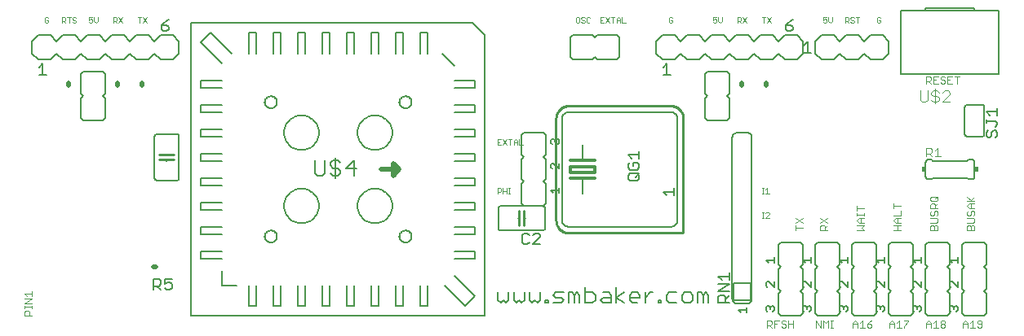
<source format=gto>
G75*
%MOIN*%
%OFA0B0*%
%FSLAX24Y24*%
%IPPOS*%
%LPD*%
%AMOC8*
5,1,8,0,0,1.08239X$1,22.5*
%
%ADD10C,0.0030*%
%ADD11C,0.0060*%
%ADD12C,0.0020*%
%ADD13C,0.0100*%
%ADD14C,0.0120*%
%ADD15C,0.0050*%
%ADD16C,0.0200*%
%ADD17C,0.0070*%
%ADD18C,0.0040*%
%ADD19R,0.0150X0.0200*%
D10*
X000375Y002695D02*
X000375Y002840D01*
X000423Y002888D01*
X000520Y002888D01*
X000568Y002840D01*
X000568Y002695D01*
X000665Y002695D02*
X000375Y002695D01*
X000375Y002990D02*
X000375Y003086D01*
X000375Y003038D02*
X000665Y003038D01*
X000665Y002990D02*
X000665Y003086D01*
X000665Y003186D02*
X000375Y003186D01*
X000665Y003380D01*
X000375Y003380D01*
X000472Y003481D02*
X000375Y003577D01*
X000665Y003577D01*
X000665Y003481D02*
X000665Y003674D01*
X030695Y002485D02*
X030695Y002195D01*
X030695Y002292D02*
X030840Y002292D01*
X030888Y002340D01*
X030888Y002437D01*
X030840Y002485D01*
X030695Y002485D01*
X030990Y002485D02*
X031183Y002485D01*
X031284Y002437D02*
X031333Y002485D01*
X031429Y002485D01*
X031478Y002437D01*
X031429Y002340D02*
X031478Y002292D01*
X031478Y002243D01*
X031429Y002195D01*
X031333Y002195D01*
X031284Y002243D01*
X031333Y002340D02*
X031429Y002340D01*
X031333Y002340D02*
X031284Y002388D01*
X031284Y002437D01*
X031086Y002340D02*
X030990Y002340D01*
X030990Y002195D02*
X030990Y002485D01*
X030792Y002292D02*
X030888Y002195D01*
X031579Y002195D02*
X031579Y002485D01*
X031579Y002340D02*
X031772Y002340D01*
X031772Y002485D02*
X031772Y002195D01*
X032695Y002195D02*
X032695Y002485D01*
X032888Y002195D01*
X032888Y002485D01*
X032990Y002485D02*
X033086Y002388D01*
X033183Y002485D01*
X033183Y002195D01*
X033284Y002195D02*
X033381Y002195D01*
X033333Y002195D02*
X033333Y002485D01*
X033381Y002485D02*
X033284Y002485D01*
X032990Y002485D02*
X032990Y002195D01*
X034195Y002195D02*
X034195Y002388D01*
X034292Y002485D01*
X034388Y002388D01*
X034388Y002195D01*
X034490Y002195D02*
X034683Y002195D01*
X034586Y002195D02*
X034586Y002485D01*
X034490Y002388D01*
X034388Y002340D02*
X034195Y002340D01*
X034784Y002340D02*
X034784Y002243D01*
X034833Y002195D01*
X034929Y002195D01*
X034978Y002243D01*
X034978Y002292D01*
X034929Y002340D01*
X034784Y002340D01*
X034881Y002437D01*
X034978Y002485D01*
X035695Y002388D02*
X035695Y002195D01*
X035695Y002340D02*
X035888Y002340D01*
X035888Y002388D02*
X035888Y002195D01*
X035990Y002195D02*
X036183Y002195D01*
X036086Y002195D02*
X036086Y002485D01*
X035990Y002388D01*
X035888Y002388D02*
X035792Y002485D01*
X035695Y002388D01*
X036284Y002485D02*
X036478Y002485D01*
X036478Y002437D01*
X036284Y002243D01*
X036284Y002195D01*
X037195Y002195D02*
X037195Y002388D01*
X037292Y002485D01*
X037388Y002388D01*
X037388Y002195D01*
X037490Y002195D02*
X037683Y002195D01*
X037586Y002195D02*
X037586Y002485D01*
X037490Y002388D01*
X037388Y002340D02*
X037195Y002340D01*
X037784Y002292D02*
X037833Y002340D01*
X037929Y002340D01*
X037978Y002292D01*
X037978Y002243D01*
X037929Y002195D01*
X037833Y002195D01*
X037784Y002243D01*
X037784Y002292D01*
X037833Y002340D02*
X037784Y002388D01*
X037784Y002437D01*
X037833Y002485D01*
X037929Y002485D01*
X037978Y002437D01*
X037978Y002388D01*
X037929Y002340D01*
X038695Y002340D02*
X038888Y002340D01*
X038888Y002388D02*
X038888Y002195D01*
X038990Y002195D02*
X039183Y002195D01*
X039086Y002195D02*
X039086Y002485D01*
X038990Y002388D01*
X038888Y002388D02*
X038792Y002485D01*
X038695Y002388D01*
X038695Y002195D01*
X039284Y002243D02*
X039333Y002195D01*
X039429Y002195D01*
X039478Y002243D01*
X039478Y002437D01*
X039429Y002485D01*
X039333Y002485D01*
X039284Y002437D01*
X039284Y002388D01*
X039333Y002340D01*
X039478Y002340D01*
X039165Y006195D02*
X039165Y006340D01*
X039117Y006388D01*
X039068Y006388D01*
X039020Y006340D01*
X039020Y006195D01*
X039165Y006195D02*
X038875Y006195D01*
X038875Y006340D01*
X038923Y006388D01*
X038972Y006388D01*
X039020Y006340D01*
X039117Y006490D02*
X039165Y006538D01*
X039165Y006635D01*
X039117Y006683D01*
X038875Y006683D01*
X038923Y006784D02*
X038972Y006784D01*
X039020Y006833D01*
X039020Y006929D01*
X039068Y006978D01*
X039117Y006978D01*
X039165Y006929D01*
X039165Y006833D01*
X039117Y006784D01*
X038923Y006784D02*
X038875Y006833D01*
X038875Y006929D01*
X038923Y006978D01*
X038972Y007079D02*
X038875Y007176D01*
X038972Y007272D01*
X039165Y007272D01*
X039165Y007374D02*
X038875Y007374D01*
X039020Y007422D02*
X039165Y007567D01*
X039068Y007374D02*
X038875Y007567D01*
X039020Y007272D02*
X039020Y007079D01*
X038972Y007079D02*
X039165Y007079D01*
X039117Y006490D02*
X038875Y006490D01*
X037665Y006538D02*
X037665Y006635D01*
X037617Y006683D01*
X037375Y006683D01*
X037423Y006784D02*
X037472Y006784D01*
X037520Y006833D01*
X037520Y006929D01*
X037568Y006978D01*
X037617Y006978D01*
X037665Y006929D01*
X037665Y006833D01*
X037617Y006784D01*
X037423Y006784D02*
X037375Y006833D01*
X037375Y006929D01*
X037423Y006978D01*
X037375Y007079D02*
X037375Y007224D01*
X037423Y007272D01*
X037520Y007272D01*
X037568Y007224D01*
X037568Y007079D01*
X037568Y007176D02*
X037665Y007272D01*
X037617Y007374D02*
X037665Y007422D01*
X037665Y007519D01*
X037617Y007567D01*
X037423Y007567D01*
X037375Y007519D01*
X037375Y007422D01*
X037423Y007374D01*
X037617Y007374D01*
X037568Y007470D02*
X037665Y007567D01*
X037665Y007079D02*
X037375Y007079D01*
X037375Y006490D02*
X037617Y006490D01*
X037665Y006538D01*
X037617Y006388D02*
X037568Y006388D01*
X037520Y006340D01*
X037520Y006195D01*
X037665Y006195D02*
X037375Y006195D01*
X037375Y006340D01*
X037423Y006388D01*
X037472Y006388D01*
X037520Y006340D01*
X037617Y006388D02*
X037665Y006340D01*
X037665Y006195D01*
X036165Y006195D02*
X035875Y006195D01*
X036020Y006195D02*
X036020Y006388D01*
X036020Y006490D02*
X036020Y006683D01*
X035972Y006683D02*
X036165Y006683D01*
X036165Y006784D02*
X035875Y006784D01*
X035972Y006683D02*
X035875Y006586D01*
X035972Y006490D01*
X036165Y006490D01*
X036165Y006388D02*
X035875Y006388D01*
X036165Y006784D02*
X036165Y006978D01*
X036165Y007176D02*
X035875Y007176D01*
X035875Y007272D02*
X035875Y007079D01*
X034665Y007077D02*
X034375Y007077D01*
X034375Y006981D02*
X034375Y007174D01*
X034375Y006881D02*
X034375Y006784D01*
X034375Y006833D02*
X034665Y006833D01*
X034665Y006881D02*
X034665Y006784D01*
X034665Y006683D02*
X034472Y006683D01*
X034375Y006586D01*
X034472Y006490D01*
X034665Y006490D01*
X034665Y006388D02*
X034375Y006388D01*
X034520Y006490D02*
X034520Y006683D01*
X034665Y006388D02*
X034568Y006292D01*
X034665Y006195D01*
X034375Y006195D01*
X033165Y006195D02*
X032875Y006195D01*
X032875Y006340D01*
X032923Y006388D01*
X033020Y006388D01*
X033068Y006340D01*
X033068Y006195D01*
X033068Y006292D02*
X033165Y006388D01*
X033165Y006490D02*
X032875Y006683D01*
X032875Y006490D02*
X033165Y006683D01*
X032165Y006683D02*
X031875Y006490D01*
X031875Y006388D02*
X031875Y006195D01*
X031875Y006292D02*
X032165Y006292D01*
X032165Y006490D02*
X031875Y006683D01*
X037195Y012195D02*
X037195Y012485D01*
X037340Y012485D01*
X037388Y012437D01*
X037388Y012340D01*
X037340Y012292D01*
X037195Y012292D01*
X037292Y012292D02*
X037388Y012195D01*
X037490Y012195D02*
X037683Y012195D01*
X037784Y012243D02*
X037833Y012195D01*
X037929Y012195D01*
X037978Y012243D01*
X037978Y012292D01*
X037929Y012340D01*
X037833Y012340D01*
X037784Y012388D01*
X037784Y012437D01*
X037833Y012485D01*
X037929Y012485D01*
X037978Y012437D01*
X038079Y012485D02*
X038079Y012195D01*
X038272Y012195D01*
X038176Y012340D02*
X038079Y012340D01*
X038079Y012485D02*
X038272Y012485D01*
X038374Y012485D02*
X038567Y012485D01*
X038470Y012485D02*
X038470Y012195D01*
X037683Y012485D02*
X037490Y012485D01*
X037490Y012195D01*
X037490Y012340D02*
X037586Y012340D01*
D11*
X035680Y013430D02*
X035430Y013180D01*
X034930Y013180D01*
X034680Y013430D01*
X034430Y013180D01*
X033930Y013180D01*
X033680Y013430D01*
X033430Y013180D01*
X032930Y013180D01*
X032680Y013430D01*
X032680Y013930D01*
X032930Y014180D01*
X033430Y014180D01*
X033680Y013930D01*
X033930Y014180D01*
X034430Y014180D01*
X034680Y013930D01*
X034930Y014180D01*
X035430Y014180D01*
X035680Y013930D01*
X035680Y013430D01*
X032180Y013430D02*
X031930Y013180D01*
X031430Y013180D01*
X031180Y013430D01*
X030930Y013180D01*
X030430Y013180D01*
X030180Y013430D01*
X029930Y013180D01*
X029430Y013180D01*
X029180Y013430D01*
X028930Y013180D01*
X028430Y013180D01*
X028180Y013430D01*
X027930Y013180D01*
X027430Y013180D01*
X027180Y013430D01*
X026930Y013180D01*
X026430Y013180D01*
X026180Y013430D01*
X026180Y013930D01*
X026430Y014180D01*
X026930Y014180D01*
X027180Y013930D01*
X027430Y014180D01*
X027930Y014180D01*
X028180Y013930D01*
X028430Y014180D01*
X028930Y014180D01*
X029180Y013930D01*
X029430Y014180D01*
X029930Y014180D01*
X030180Y013930D01*
X030430Y014180D01*
X030930Y014180D01*
X031180Y013930D01*
X031430Y014180D01*
X031930Y014180D01*
X032180Y013930D01*
X032180Y013430D01*
X029180Y012580D02*
X029080Y012680D01*
X028280Y012680D01*
X028180Y012580D01*
X028180Y011780D01*
X028280Y011680D01*
X028180Y011580D01*
X028180Y010780D01*
X028280Y010680D01*
X029080Y010680D01*
X029180Y010780D01*
X029180Y011580D01*
X029080Y011680D01*
X029180Y011780D01*
X029180Y012580D01*
X026780Y011030D02*
X022580Y011030D01*
X022550Y011028D01*
X022520Y011023D01*
X022491Y011014D01*
X022464Y011001D01*
X022438Y010986D01*
X022414Y010967D01*
X022393Y010946D01*
X022374Y010922D01*
X022359Y010896D01*
X022346Y010869D01*
X022337Y010840D01*
X022332Y010810D01*
X022330Y010780D01*
X022330Y006580D01*
X022332Y006550D01*
X022337Y006520D01*
X022346Y006491D01*
X022359Y006464D01*
X022374Y006438D01*
X022393Y006414D01*
X022414Y006393D01*
X022438Y006374D01*
X022464Y006359D01*
X022491Y006346D01*
X022520Y006337D01*
X022550Y006332D01*
X022580Y006330D01*
X026780Y006330D01*
X026810Y006332D01*
X026840Y006337D01*
X026869Y006346D01*
X026896Y006359D01*
X026922Y006374D01*
X026946Y006393D01*
X026967Y006414D01*
X026986Y006438D01*
X027001Y006464D01*
X027014Y006491D01*
X027023Y006520D01*
X027028Y006550D01*
X027030Y006580D01*
X027030Y010780D01*
X027028Y010810D01*
X027023Y010840D01*
X027014Y010869D01*
X027001Y010896D01*
X026986Y010922D01*
X026967Y010946D01*
X026946Y010967D01*
X026922Y010986D01*
X026896Y011001D01*
X026869Y011014D01*
X026840Y011023D01*
X026810Y011028D01*
X026780Y011030D01*
X029280Y009980D02*
X029280Y003380D01*
X029330Y003330D02*
X030030Y003330D01*
X030030Y004030D01*
X029330Y004030D01*
X029330Y003330D01*
X029280Y003380D02*
X029282Y003354D01*
X029287Y003328D01*
X029295Y003303D01*
X029307Y003280D01*
X029321Y003258D01*
X029339Y003239D01*
X029358Y003221D01*
X029380Y003207D01*
X029403Y003195D01*
X029428Y003187D01*
X029454Y003182D01*
X029480Y003180D01*
X029880Y003180D01*
X029906Y003182D01*
X029932Y003187D01*
X029957Y003195D01*
X029980Y003207D01*
X030002Y003221D01*
X030021Y003239D01*
X030039Y003258D01*
X030053Y003280D01*
X030065Y003303D01*
X030073Y003328D01*
X030078Y003354D01*
X030080Y003380D01*
X030080Y009980D01*
X030078Y010006D01*
X030073Y010032D01*
X030065Y010057D01*
X030053Y010080D01*
X030039Y010102D01*
X030021Y010121D01*
X030002Y010139D01*
X029980Y010153D01*
X029957Y010165D01*
X029932Y010173D01*
X029906Y010178D01*
X029880Y010180D01*
X029480Y010180D01*
X029454Y010178D01*
X029428Y010173D01*
X029403Y010165D01*
X029380Y010153D01*
X029358Y010139D01*
X029339Y010121D01*
X029321Y010102D01*
X029307Y010080D01*
X029295Y010057D01*
X029287Y010032D01*
X029282Y010006D01*
X029280Y009980D01*
X023180Y009680D02*
X023180Y009050D01*
X021680Y009080D02*
X021680Y008280D01*
X021580Y008180D01*
X021680Y008080D01*
X021680Y007280D01*
X021580Y007180D01*
X020780Y007180D01*
X020680Y007280D01*
X020680Y008080D01*
X020780Y008180D01*
X020680Y008280D01*
X020680Y009080D01*
X020780Y009180D01*
X020680Y009280D01*
X020680Y010080D01*
X020780Y010180D01*
X021580Y010180D01*
X021680Y010080D01*
X021680Y009280D01*
X021580Y009180D01*
X021680Y009080D01*
X023180Y008310D02*
X023180Y007680D01*
X021630Y007080D02*
X021630Y006280D01*
X021628Y006263D01*
X021624Y006246D01*
X021617Y006230D01*
X021607Y006216D01*
X021594Y006203D01*
X021580Y006193D01*
X021564Y006186D01*
X021547Y006182D01*
X021530Y006180D01*
X019830Y006180D01*
X019813Y006182D01*
X019796Y006186D01*
X019780Y006193D01*
X019766Y006203D01*
X019753Y006216D01*
X019743Y006230D01*
X019736Y006246D01*
X019732Y006263D01*
X019730Y006280D01*
X019730Y007080D01*
X019732Y007097D01*
X019736Y007114D01*
X019743Y007130D01*
X019753Y007144D01*
X019766Y007157D01*
X019780Y007167D01*
X019796Y007174D01*
X019813Y007178D01*
X019830Y007180D01*
X021530Y007180D01*
X021547Y007178D01*
X021564Y007174D01*
X021580Y007167D01*
X021594Y007157D01*
X021607Y007144D01*
X021617Y007130D01*
X021624Y007114D01*
X021628Y007097D01*
X021630Y007080D01*
X020830Y006680D02*
X020780Y006680D01*
X020580Y006680D02*
X020530Y006680D01*
X018780Y006330D02*
X018780Y006030D01*
X017930Y006030D01*
X017930Y006330D02*
X018780Y006330D01*
X018780Y007030D02*
X017930Y007030D01*
X017930Y007330D02*
X018780Y007330D01*
X018780Y007030D01*
X018780Y008030D02*
X017930Y008030D01*
X017930Y008330D02*
X018780Y008330D01*
X018780Y008030D01*
X018780Y009030D02*
X017930Y009030D01*
X017930Y009330D02*
X018780Y009330D01*
X018780Y009030D01*
X018780Y010030D02*
X017930Y010030D01*
X017930Y010330D02*
X018780Y010330D01*
X018780Y010030D01*
X018780Y011030D02*
X017930Y011030D01*
X017930Y011330D02*
X018780Y011330D01*
X018780Y011030D01*
X018780Y012030D02*
X017930Y012030D01*
X017930Y012330D02*
X018780Y012330D01*
X018780Y012030D01*
X017930Y012930D02*
X017430Y013430D01*
X016830Y013430D02*
X016830Y014280D01*
X016530Y014280D01*
X016530Y013430D01*
X015830Y013430D02*
X015830Y014280D01*
X015530Y014280D01*
X015530Y013430D01*
X014830Y013430D02*
X014830Y014280D01*
X014530Y014280D01*
X014530Y013430D01*
X013830Y013430D02*
X013830Y014280D01*
X013530Y014280D01*
X013530Y013430D01*
X012830Y013430D02*
X012830Y014280D01*
X012530Y014280D01*
X012530Y013430D01*
X011830Y013430D02*
X011830Y014280D01*
X011530Y014280D01*
X011530Y013430D01*
X010830Y013430D02*
X010830Y014280D01*
X010530Y014280D01*
X010530Y013430D01*
X009830Y013430D02*
X009830Y014280D01*
X009530Y014280D01*
X009530Y013430D01*
X008830Y013430D02*
X007980Y014280D01*
X007580Y013880D01*
X008430Y013030D01*
X008430Y012330D02*
X007580Y012330D01*
X007580Y012030D01*
X008430Y012030D01*
X008430Y011330D02*
X007580Y011330D01*
X007580Y011030D01*
X008430Y011030D01*
X008430Y010330D02*
X007580Y010330D01*
X007580Y010030D01*
X008430Y010030D01*
X006680Y010030D02*
X006680Y008330D01*
X006678Y008313D01*
X006674Y008296D01*
X006667Y008280D01*
X006657Y008266D01*
X006644Y008253D01*
X006630Y008243D01*
X006614Y008236D01*
X006597Y008232D01*
X006580Y008230D01*
X005780Y008230D01*
X005763Y008232D01*
X005746Y008236D01*
X005730Y008243D01*
X005716Y008253D01*
X005703Y008266D01*
X005693Y008280D01*
X005686Y008296D01*
X005682Y008313D01*
X005680Y008330D01*
X005680Y010030D01*
X005682Y010047D01*
X005686Y010064D01*
X005693Y010080D01*
X005703Y010094D01*
X005716Y010107D01*
X005730Y010117D01*
X005746Y010124D01*
X005763Y010128D01*
X005780Y010130D01*
X006580Y010130D01*
X006597Y010128D01*
X006614Y010124D01*
X006630Y010117D01*
X006644Y010107D01*
X006657Y010094D01*
X006667Y010080D01*
X006674Y010064D01*
X006678Y010047D01*
X006680Y010030D01*
X006180Y009330D02*
X006180Y009280D01*
X006180Y009080D02*
X006180Y009030D01*
X007580Y009030D02*
X008430Y009030D01*
X008430Y009330D02*
X007580Y009330D01*
X007580Y009030D01*
X007580Y008330D02*
X007580Y008030D01*
X008430Y008030D01*
X008430Y008330D02*
X007580Y008330D01*
X007580Y007330D02*
X007580Y007030D01*
X008430Y007030D01*
X008430Y007330D02*
X007580Y007330D01*
X007580Y006330D02*
X007580Y006030D01*
X008430Y006030D01*
X008430Y006330D02*
X007580Y006330D01*
X007580Y005330D02*
X007580Y005030D01*
X008430Y005030D01*
X008430Y005330D02*
X007580Y005330D01*
X008430Y004530D02*
X008430Y003930D01*
X009030Y003930D01*
X009530Y003930D02*
X009530Y003080D01*
X009830Y003080D01*
X009830Y003930D01*
X010530Y003930D02*
X010530Y003080D01*
X010830Y003080D01*
X010830Y003930D01*
X011530Y003930D02*
X011530Y003080D01*
X011830Y003080D01*
X011830Y003930D01*
X012530Y003930D02*
X012530Y003080D01*
X012830Y003080D01*
X012830Y003930D01*
X013530Y003930D02*
X013530Y003080D01*
X013830Y003080D01*
X013830Y003930D01*
X014530Y003930D02*
X014530Y003080D01*
X014830Y003080D01*
X014830Y003930D01*
X015530Y003930D02*
X015530Y003080D01*
X015830Y003080D01*
X015830Y003930D01*
X016530Y003930D02*
X016530Y003080D01*
X016830Y003080D01*
X016830Y003930D01*
X017530Y003930D02*
X018380Y003080D01*
X018780Y003480D01*
X017930Y004330D01*
X017930Y005030D02*
X018780Y005030D01*
X018780Y005330D01*
X017930Y005330D01*
X015680Y005930D02*
X015682Y005961D01*
X015688Y005992D01*
X015698Y006022D01*
X015711Y006050D01*
X015728Y006077D01*
X015748Y006101D01*
X015771Y006123D01*
X015796Y006141D01*
X015824Y006156D01*
X015853Y006168D01*
X015883Y006176D01*
X015914Y006180D01*
X015946Y006180D01*
X015977Y006176D01*
X016007Y006168D01*
X016036Y006156D01*
X016064Y006141D01*
X016089Y006123D01*
X016112Y006101D01*
X016132Y006077D01*
X016149Y006050D01*
X016162Y006022D01*
X016172Y005992D01*
X016178Y005961D01*
X016180Y005930D01*
X016178Y005899D01*
X016172Y005868D01*
X016162Y005838D01*
X016149Y005810D01*
X016132Y005783D01*
X016112Y005759D01*
X016089Y005737D01*
X016064Y005719D01*
X016036Y005704D01*
X016007Y005692D01*
X015977Y005684D01*
X015946Y005680D01*
X015914Y005680D01*
X015883Y005684D01*
X015853Y005692D01*
X015824Y005704D01*
X015796Y005719D01*
X015771Y005737D01*
X015748Y005759D01*
X015728Y005783D01*
X015711Y005810D01*
X015698Y005838D01*
X015688Y005868D01*
X015682Y005899D01*
X015680Y005930D01*
X013970Y007180D02*
X013972Y007233D01*
X013978Y007286D01*
X013988Y007338D01*
X014002Y007389D01*
X014019Y007439D01*
X014040Y007488D01*
X014065Y007535D01*
X014093Y007580D01*
X014125Y007623D01*
X014160Y007663D01*
X014197Y007700D01*
X014237Y007735D01*
X014280Y007767D01*
X014325Y007795D01*
X014372Y007820D01*
X014421Y007841D01*
X014471Y007858D01*
X014522Y007872D01*
X014574Y007882D01*
X014627Y007888D01*
X014680Y007890D01*
X014733Y007888D01*
X014786Y007882D01*
X014838Y007872D01*
X014889Y007858D01*
X014939Y007841D01*
X014988Y007820D01*
X015035Y007795D01*
X015080Y007767D01*
X015123Y007735D01*
X015163Y007700D01*
X015200Y007663D01*
X015235Y007623D01*
X015267Y007580D01*
X015295Y007535D01*
X015320Y007488D01*
X015341Y007439D01*
X015358Y007389D01*
X015372Y007338D01*
X015382Y007286D01*
X015388Y007233D01*
X015390Y007180D01*
X015388Y007127D01*
X015382Y007074D01*
X015372Y007022D01*
X015358Y006971D01*
X015341Y006921D01*
X015320Y006872D01*
X015295Y006825D01*
X015267Y006780D01*
X015235Y006737D01*
X015200Y006697D01*
X015163Y006660D01*
X015123Y006625D01*
X015080Y006593D01*
X015035Y006565D01*
X014988Y006540D01*
X014939Y006519D01*
X014889Y006502D01*
X014838Y006488D01*
X014786Y006478D01*
X014733Y006472D01*
X014680Y006470D01*
X014627Y006472D01*
X014574Y006478D01*
X014522Y006488D01*
X014471Y006502D01*
X014421Y006519D01*
X014372Y006540D01*
X014325Y006565D01*
X014280Y006593D01*
X014237Y006625D01*
X014197Y006660D01*
X014160Y006697D01*
X014125Y006737D01*
X014093Y006780D01*
X014065Y006825D01*
X014040Y006872D01*
X014019Y006921D01*
X014002Y006971D01*
X013988Y007022D01*
X013978Y007074D01*
X013972Y007127D01*
X013970Y007180D01*
X010970Y007180D02*
X010972Y007233D01*
X010978Y007286D01*
X010988Y007338D01*
X011002Y007389D01*
X011019Y007439D01*
X011040Y007488D01*
X011065Y007535D01*
X011093Y007580D01*
X011125Y007623D01*
X011160Y007663D01*
X011197Y007700D01*
X011237Y007735D01*
X011280Y007767D01*
X011325Y007795D01*
X011372Y007820D01*
X011421Y007841D01*
X011471Y007858D01*
X011522Y007872D01*
X011574Y007882D01*
X011627Y007888D01*
X011680Y007890D01*
X011733Y007888D01*
X011786Y007882D01*
X011838Y007872D01*
X011889Y007858D01*
X011939Y007841D01*
X011988Y007820D01*
X012035Y007795D01*
X012080Y007767D01*
X012123Y007735D01*
X012163Y007700D01*
X012200Y007663D01*
X012235Y007623D01*
X012267Y007580D01*
X012295Y007535D01*
X012320Y007488D01*
X012341Y007439D01*
X012358Y007389D01*
X012372Y007338D01*
X012382Y007286D01*
X012388Y007233D01*
X012390Y007180D01*
X012388Y007127D01*
X012382Y007074D01*
X012372Y007022D01*
X012358Y006971D01*
X012341Y006921D01*
X012320Y006872D01*
X012295Y006825D01*
X012267Y006780D01*
X012235Y006737D01*
X012200Y006697D01*
X012163Y006660D01*
X012123Y006625D01*
X012080Y006593D01*
X012035Y006565D01*
X011988Y006540D01*
X011939Y006519D01*
X011889Y006502D01*
X011838Y006488D01*
X011786Y006478D01*
X011733Y006472D01*
X011680Y006470D01*
X011627Y006472D01*
X011574Y006478D01*
X011522Y006488D01*
X011471Y006502D01*
X011421Y006519D01*
X011372Y006540D01*
X011325Y006565D01*
X011280Y006593D01*
X011237Y006625D01*
X011197Y006660D01*
X011160Y006697D01*
X011125Y006737D01*
X011093Y006780D01*
X011065Y006825D01*
X011040Y006872D01*
X011019Y006921D01*
X011002Y006971D01*
X010988Y007022D01*
X010978Y007074D01*
X010972Y007127D01*
X010970Y007180D01*
X010180Y005930D02*
X010182Y005961D01*
X010188Y005992D01*
X010198Y006022D01*
X010211Y006050D01*
X010228Y006077D01*
X010248Y006101D01*
X010271Y006123D01*
X010296Y006141D01*
X010324Y006156D01*
X010353Y006168D01*
X010383Y006176D01*
X010414Y006180D01*
X010446Y006180D01*
X010477Y006176D01*
X010507Y006168D01*
X010536Y006156D01*
X010564Y006141D01*
X010589Y006123D01*
X010612Y006101D01*
X010632Y006077D01*
X010649Y006050D01*
X010662Y006022D01*
X010672Y005992D01*
X010678Y005961D01*
X010680Y005930D01*
X010678Y005899D01*
X010672Y005868D01*
X010662Y005838D01*
X010649Y005810D01*
X010632Y005783D01*
X010612Y005759D01*
X010589Y005737D01*
X010564Y005719D01*
X010536Y005704D01*
X010507Y005692D01*
X010477Y005684D01*
X010446Y005680D01*
X010414Y005680D01*
X010383Y005684D01*
X010353Y005692D01*
X010324Y005704D01*
X010296Y005719D01*
X010271Y005737D01*
X010248Y005759D01*
X010228Y005783D01*
X010211Y005810D01*
X010198Y005838D01*
X010188Y005868D01*
X010182Y005899D01*
X010180Y005930D01*
X007180Y002680D02*
X019180Y002680D01*
X019180Y014180D01*
X018680Y014680D01*
X007180Y014680D01*
X007180Y002680D01*
X019710Y003317D02*
X019817Y003210D01*
X019924Y003317D01*
X020030Y003210D01*
X020137Y003317D01*
X020137Y003637D01*
X020355Y003637D02*
X020355Y003317D01*
X020461Y003210D01*
X020568Y003317D01*
X020675Y003210D01*
X020782Y003317D01*
X020782Y003637D01*
X020999Y003637D02*
X020999Y003317D01*
X021106Y003210D01*
X021213Y003317D01*
X021319Y003210D01*
X021426Y003317D01*
X021426Y003637D01*
X021966Y003530D02*
X022073Y003637D01*
X022393Y003637D01*
X022610Y003637D02*
X022717Y003637D01*
X022824Y003530D01*
X022931Y003637D01*
X023038Y003530D01*
X023038Y003210D01*
X022824Y003210D02*
X022824Y003530D01*
X022610Y003637D02*
X022610Y003210D01*
X022393Y003317D02*
X022286Y003424D01*
X022073Y003424D01*
X021966Y003530D01*
X021750Y003317D02*
X021644Y003317D01*
X021644Y003210D01*
X021750Y003210D01*
X021750Y003317D01*
X021966Y003210D02*
X022286Y003210D01*
X022393Y003317D01*
X023255Y003210D02*
X023575Y003210D01*
X023682Y003317D01*
X023682Y003530D01*
X023575Y003637D01*
X023255Y003637D01*
X023255Y003851D02*
X023255Y003210D01*
X023900Y003317D02*
X024006Y003424D01*
X024327Y003424D01*
X024327Y003530D02*
X024327Y003210D01*
X024006Y003210D01*
X023900Y003317D01*
X024220Y003637D02*
X024327Y003530D01*
X024220Y003637D02*
X024006Y003637D01*
X024544Y003424D02*
X024864Y003637D01*
X025081Y003530D02*
X025188Y003637D01*
X025402Y003637D01*
X025508Y003530D01*
X025508Y003424D01*
X025081Y003424D01*
X025081Y003530D02*
X025081Y003317D01*
X025188Y003210D01*
X025402Y003210D01*
X025726Y003210D02*
X025726Y003637D01*
X025726Y003424D02*
X025939Y003637D01*
X026046Y003637D01*
X026263Y003317D02*
X026370Y003317D01*
X026370Y003210D01*
X026263Y003210D01*
X026263Y003317D01*
X026585Y003317D02*
X026692Y003210D01*
X027012Y003210D01*
X027230Y003317D02*
X027337Y003210D01*
X027550Y003210D01*
X027657Y003317D01*
X027657Y003530D01*
X027550Y003637D01*
X027337Y003637D01*
X027230Y003530D01*
X027230Y003317D01*
X026692Y003637D02*
X026585Y003530D01*
X026585Y003317D01*
X026692Y003637D02*
X027012Y003637D01*
X027874Y003637D02*
X027981Y003637D01*
X028088Y003530D01*
X028195Y003637D01*
X028301Y003530D01*
X028301Y003210D01*
X028088Y003210D02*
X028088Y003530D01*
X027874Y003637D02*
X027874Y003210D01*
X024864Y003210D02*
X024544Y003424D01*
X024544Y003210D02*
X024544Y003851D01*
X019710Y003637D02*
X019710Y003317D01*
X031180Y003580D02*
X031180Y002780D01*
X031280Y002680D01*
X032080Y002680D01*
X032180Y002780D01*
X032180Y003580D01*
X032080Y003680D01*
X032180Y003780D01*
X032180Y004580D01*
X032080Y004680D01*
X032180Y004780D01*
X032180Y005580D01*
X032080Y005680D01*
X031280Y005680D01*
X031180Y005580D01*
X031180Y004780D01*
X031280Y004680D01*
X031180Y004580D01*
X031180Y003780D01*
X031280Y003680D01*
X031180Y003580D01*
X032680Y003580D02*
X032780Y003680D01*
X032680Y003780D01*
X032680Y004580D01*
X032780Y004680D01*
X032680Y004780D01*
X032680Y005580D01*
X032780Y005680D01*
X033580Y005680D01*
X033680Y005580D01*
X033680Y004780D01*
X033580Y004680D01*
X033680Y004580D01*
X033680Y003780D01*
X033580Y003680D01*
X033680Y003580D01*
X033680Y002780D01*
X033580Y002680D01*
X032780Y002680D01*
X032680Y002780D01*
X032680Y003580D01*
X034180Y003580D02*
X034280Y003680D01*
X034180Y003780D01*
X034180Y004580D01*
X034280Y004680D01*
X034180Y004780D01*
X034180Y005580D01*
X034280Y005680D01*
X035080Y005680D01*
X035180Y005580D01*
X035180Y004780D01*
X035080Y004680D01*
X035180Y004580D01*
X035180Y003780D01*
X035080Y003680D01*
X035180Y003580D01*
X035180Y002780D01*
X035080Y002680D01*
X034280Y002680D01*
X034180Y002780D01*
X034180Y003580D01*
X035680Y003580D02*
X035780Y003680D01*
X035680Y003780D01*
X035680Y004580D01*
X035780Y004680D01*
X035680Y004780D01*
X035680Y005580D01*
X035780Y005680D01*
X036580Y005680D01*
X036680Y005580D01*
X036680Y004780D01*
X036580Y004680D01*
X036680Y004580D01*
X036680Y003780D01*
X036580Y003680D01*
X036680Y003580D01*
X036680Y002780D01*
X036580Y002680D01*
X035780Y002680D01*
X035680Y002780D01*
X035680Y003580D01*
X037180Y003580D02*
X037280Y003680D01*
X037180Y003780D01*
X037180Y004580D01*
X037280Y004680D01*
X037180Y004780D01*
X037180Y005580D01*
X037280Y005680D01*
X038080Y005680D01*
X038180Y005580D01*
X038180Y004780D01*
X038080Y004680D01*
X038180Y004580D01*
X038180Y003780D01*
X038080Y003680D01*
X038180Y003580D01*
X038180Y002780D01*
X038080Y002680D01*
X037280Y002680D01*
X037180Y002780D01*
X037180Y003580D01*
X038680Y003580D02*
X038780Y003680D01*
X038680Y003780D01*
X038680Y004580D01*
X038780Y004680D01*
X038680Y004780D01*
X038680Y005580D01*
X038780Y005680D01*
X039580Y005680D01*
X039680Y005580D01*
X039680Y004780D01*
X039580Y004680D01*
X039680Y004580D01*
X039680Y003780D01*
X039580Y003680D01*
X039680Y003580D01*
X039680Y002780D01*
X039580Y002680D01*
X038780Y002680D01*
X038680Y002780D01*
X038680Y003580D01*
X038930Y008280D02*
X039080Y008280D01*
X039097Y008282D01*
X039114Y008286D01*
X039130Y008293D01*
X039144Y008303D01*
X039157Y008316D01*
X039167Y008330D01*
X039174Y008346D01*
X039178Y008363D01*
X039180Y008380D01*
X039180Y008980D01*
X039178Y008997D01*
X039174Y009014D01*
X039167Y009030D01*
X039157Y009044D01*
X039144Y009057D01*
X039130Y009067D01*
X039114Y009074D01*
X039097Y009078D01*
X039080Y009080D01*
X038930Y009080D01*
X038880Y009030D01*
X037480Y009030D01*
X037430Y009080D01*
X037280Y009080D01*
X037263Y009078D01*
X037246Y009074D01*
X037230Y009067D01*
X037216Y009057D01*
X037203Y009044D01*
X037193Y009030D01*
X037186Y009014D01*
X037182Y008997D01*
X037180Y008980D01*
X037180Y008380D01*
X037182Y008363D01*
X037186Y008346D01*
X037193Y008330D01*
X037203Y008316D01*
X037216Y008303D01*
X037230Y008293D01*
X037246Y008286D01*
X037263Y008282D01*
X037280Y008280D01*
X037430Y008280D01*
X037480Y008330D01*
X038880Y008330D01*
X038930Y008280D01*
X038880Y010030D02*
X039480Y010030D01*
X039497Y010032D01*
X039514Y010036D01*
X039530Y010043D01*
X039544Y010053D01*
X039557Y010066D01*
X039567Y010080D01*
X039574Y010096D01*
X039578Y010113D01*
X039580Y010130D01*
X039580Y011230D01*
X039578Y011247D01*
X039574Y011264D01*
X039567Y011280D01*
X039557Y011294D01*
X039544Y011307D01*
X039530Y011317D01*
X039514Y011324D01*
X039497Y011328D01*
X039480Y011330D01*
X038880Y011330D01*
X038863Y011328D01*
X038846Y011324D01*
X038830Y011317D01*
X038816Y011307D01*
X038803Y011294D01*
X038793Y011280D01*
X038786Y011264D01*
X038782Y011247D01*
X038780Y011230D01*
X038780Y010130D01*
X038782Y010113D01*
X038786Y010096D01*
X038793Y010080D01*
X038803Y010066D01*
X038816Y010053D01*
X038830Y010043D01*
X038846Y010036D01*
X038863Y010032D01*
X038880Y010030D01*
X024680Y013280D02*
X024580Y013180D01*
X023780Y013180D01*
X023680Y013280D01*
X023580Y013180D01*
X022780Y013180D01*
X022680Y013280D01*
X022680Y014080D01*
X022780Y014180D01*
X023580Y014180D01*
X023680Y014080D01*
X023780Y014180D01*
X024580Y014180D01*
X024680Y014080D01*
X024680Y013280D01*
X015680Y011430D02*
X015682Y011461D01*
X015688Y011492D01*
X015698Y011522D01*
X015711Y011550D01*
X015728Y011577D01*
X015748Y011601D01*
X015771Y011623D01*
X015796Y011641D01*
X015824Y011656D01*
X015853Y011668D01*
X015883Y011676D01*
X015914Y011680D01*
X015946Y011680D01*
X015977Y011676D01*
X016007Y011668D01*
X016036Y011656D01*
X016064Y011641D01*
X016089Y011623D01*
X016112Y011601D01*
X016132Y011577D01*
X016149Y011550D01*
X016162Y011522D01*
X016172Y011492D01*
X016178Y011461D01*
X016180Y011430D01*
X016178Y011399D01*
X016172Y011368D01*
X016162Y011338D01*
X016149Y011310D01*
X016132Y011283D01*
X016112Y011259D01*
X016089Y011237D01*
X016064Y011219D01*
X016036Y011204D01*
X016007Y011192D01*
X015977Y011184D01*
X015946Y011180D01*
X015914Y011180D01*
X015883Y011184D01*
X015853Y011192D01*
X015824Y011204D01*
X015796Y011219D01*
X015771Y011237D01*
X015748Y011259D01*
X015728Y011283D01*
X015711Y011310D01*
X015698Y011338D01*
X015688Y011368D01*
X015682Y011399D01*
X015680Y011430D01*
X013970Y010180D02*
X013972Y010233D01*
X013978Y010286D01*
X013988Y010338D01*
X014002Y010389D01*
X014019Y010439D01*
X014040Y010488D01*
X014065Y010535D01*
X014093Y010580D01*
X014125Y010623D01*
X014160Y010663D01*
X014197Y010700D01*
X014237Y010735D01*
X014280Y010767D01*
X014325Y010795D01*
X014372Y010820D01*
X014421Y010841D01*
X014471Y010858D01*
X014522Y010872D01*
X014574Y010882D01*
X014627Y010888D01*
X014680Y010890D01*
X014733Y010888D01*
X014786Y010882D01*
X014838Y010872D01*
X014889Y010858D01*
X014939Y010841D01*
X014988Y010820D01*
X015035Y010795D01*
X015080Y010767D01*
X015123Y010735D01*
X015163Y010700D01*
X015200Y010663D01*
X015235Y010623D01*
X015267Y010580D01*
X015295Y010535D01*
X015320Y010488D01*
X015341Y010439D01*
X015358Y010389D01*
X015372Y010338D01*
X015382Y010286D01*
X015388Y010233D01*
X015390Y010180D01*
X015388Y010127D01*
X015382Y010074D01*
X015372Y010022D01*
X015358Y009971D01*
X015341Y009921D01*
X015320Y009872D01*
X015295Y009825D01*
X015267Y009780D01*
X015235Y009737D01*
X015200Y009697D01*
X015163Y009660D01*
X015123Y009625D01*
X015080Y009593D01*
X015035Y009565D01*
X014988Y009540D01*
X014939Y009519D01*
X014889Y009502D01*
X014838Y009488D01*
X014786Y009478D01*
X014733Y009472D01*
X014680Y009470D01*
X014627Y009472D01*
X014574Y009478D01*
X014522Y009488D01*
X014471Y009502D01*
X014421Y009519D01*
X014372Y009540D01*
X014325Y009565D01*
X014280Y009593D01*
X014237Y009625D01*
X014197Y009660D01*
X014160Y009697D01*
X014125Y009737D01*
X014093Y009780D01*
X014065Y009825D01*
X014040Y009872D01*
X014019Y009921D01*
X014002Y009971D01*
X013988Y010022D01*
X013978Y010074D01*
X013972Y010127D01*
X013970Y010180D01*
X010970Y010180D02*
X010972Y010233D01*
X010978Y010286D01*
X010988Y010338D01*
X011002Y010389D01*
X011019Y010439D01*
X011040Y010488D01*
X011065Y010535D01*
X011093Y010580D01*
X011125Y010623D01*
X011160Y010663D01*
X011197Y010700D01*
X011237Y010735D01*
X011280Y010767D01*
X011325Y010795D01*
X011372Y010820D01*
X011421Y010841D01*
X011471Y010858D01*
X011522Y010872D01*
X011574Y010882D01*
X011627Y010888D01*
X011680Y010890D01*
X011733Y010888D01*
X011786Y010882D01*
X011838Y010872D01*
X011889Y010858D01*
X011939Y010841D01*
X011988Y010820D01*
X012035Y010795D01*
X012080Y010767D01*
X012123Y010735D01*
X012163Y010700D01*
X012200Y010663D01*
X012235Y010623D01*
X012267Y010580D01*
X012295Y010535D01*
X012320Y010488D01*
X012341Y010439D01*
X012358Y010389D01*
X012372Y010338D01*
X012382Y010286D01*
X012388Y010233D01*
X012390Y010180D01*
X012388Y010127D01*
X012382Y010074D01*
X012372Y010022D01*
X012358Y009971D01*
X012341Y009921D01*
X012320Y009872D01*
X012295Y009825D01*
X012267Y009780D01*
X012235Y009737D01*
X012200Y009697D01*
X012163Y009660D01*
X012123Y009625D01*
X012080Y009593D01*
X012035Y009565D01*
X011988Y009540D01*
X011939Y009519D01*
X011889Y009502D01*
X011838Y009488D01*
X011786Y009478D01*
X011733Y009472D01*
X011680Y009470D01*
X011627Y009472D01*
X011574Y009478D01*
X011522Y009488D01*
X011471Y009502D01*
X011421Y009519D01*
X011372Y009540D01*
X011325Y009565D01*
X011280Y009593D01*
X011237Y009625D01*
X011197Y009660D01*
X011160Y009697D01*
X011125Y009737D01*
X011093Y009780D01*
X011065Y009825D01*
X011040Y009872D01*
X011019Y009921D01*
X011002Y009971D01*
X010988Y010022D01*
X010978Y010074D01*
X010972Y010127D01*
X010970Y010180D01*
X010180Y011430D02*
X010182Y011461D01*
X010188Y011492D01*
X010198Y011522D01*
X010211Y011550D01*
X010228Y011577D01*
X010248Y011601D01*
X010271Y011623D01*
X010296Y011641D01*
X010324Y011656D01*
X010353Y011668D01*
X010383Y011676D01*
X010414Y011680D01*
X010446Y011680D01*
X010477Y011676D01*
X010507Y011668D01*
X010536Y011656D01*
X010564Y011641D01*
X010589Y011623D01*
X010612Y011601D01*
X010632Y011577D01*
X010649Y011550D01*
X010662Y011522D01*
X010672Y011492D01*
X010678Y011461D01*
X010680Y011430D01*
X010678Y011399D01*
X010672Y011368D01*
X010662Y011338D01*
X010649Y011310D01*
X010632Y011283D01*
X010612Y011259D01*
X010589Y011237D01*
X010564Y011219D01*
X010536Y011204D01*
X010507Y011192D01*
X010477Y011184D01*
X010446Y011180D01*
X010414Y011180D01*
X010383Y011184D01*
X010353Y011192D01*
X010324Y011204D01*
X010296Y011219D01*
X010271Y011237D01*
X010248Y011259D01*
X010228Y011283D01*
X010211Y011310D01*
X010198Y011338D01*
X010188Y011368D01*
X010182Y011399D01*
X010180Y011430D01*
X006680Y013430D02*
X006430Y013180D01*
X005930Y013180D01*
X005680Y013430D01*
X005430Y013180D01*
X004930Y013180D01*
X004680Y013430D01*
X004430Y013180D01*
X003930Y013180D01*
X003680Y013430D01*
X003430Y013180D01*
X002930Y013180D01*
X002680Y013430D01*
X002430Y013180D01*
X001930Y013180D01*
X001680Y013430D01*
X001430Y013180D01*
X000930Y013180D01*
X000680Y013430D01*
X000680Y013930D01*
X000930Y014180D01*
X001430Y014180D01*
X001680Y013930D01*
X001930Y014180D01*
X002430Y014180D01*
X002680Y013930D01*
X002930Y014180D01*
X003430Y014180D01*
X003680Y013930D01*
X003930Y014180D01*
X004430Y014180D01*
X004680Y013930D01*
X004930Y014180D01*
X005430Y014180D01*
X005680Y013930D01*
X005930Y014180D01*
X006430Y014180D01*
X006680Y013930D01*
X006680Y013430D01*
X003680Y012580D02*
X003580Y012680D01*
X002780Y012680D01*
X002680Y012580D01*
X002680Y011780D01*
X002780Y011680D01*
X002680Y011580D01*
X002680Y010780D01*
X002780Y010680D01*
X003580Y010680D01*
X003680Y010780D01*
X003680Y011580D01*
X003580Y011680D01*
X003680Y011780D01*
X003680Y012580D01*
D12*
X003990Y014690D02*
X003990Y014910D01*
X004100Y014910D01*
X004137Y014873D01*
X004137Y014800D01*
X004100Y014763D01*
X003990Y014763D01*
X004063Y014763D02*
X004137Y014690D01*
X004211Y014690D02*
X004358Y014910D01*
X004211Y014910D02*
X004358Y014690D01*
X004990Y014910D02*
X005137Y014910D01*
X005063Y014910D02*
X005063Y014690D01*
X005211Y014690D02*
X005358Y014910D01*
X005211Y014910D02*
X005358Y014690D01*
X003358Y014763D02*
X003358Y014910D01*
X003358Y014763D02*
X003284Y014690D01*
X003211Y014763D01*
X003211Y014910D01*
X003137Y014910D02*
X002990Y014910D01*
X002990Y014800D01*
X003063Y014837D01*
X003100Y014837D01*
X003137Y014800D01*
X003137Y014727D01*
X003100Y014690D01*
X003027Y014690D01*
X002990Y014727D01*
X002479Y014727D02*
X002442Y014690D01*
X002369Y014690D01*
X002332Y014727D01*
X002369Y014800D02*
X002442Y014800D01*
X002479Y014763D01*
X002479Y014727D01*
X002369Y014800D02*
X002332Y014837D01*
X002332Y014873D01*
X002369Y014910D01*
X002442Y014910D01*
X002479Y014873D01*
X002258Y014910D02*
X002111Y014910D01*
X002184Y014910D02*
X002184Y014690D01*
X002037Y014690D02*
X001963Y014763D01*
X002000Y014763D02*
X001890Y014763D01*
X001890Y014690D02*
X001890Y014910D01*
X002000Y014910D01*
X002037Y014873D01*
X002037Y014800D01*
X002000Y014763D01*
X001337Y014727D02*
X001337Y014800D01*
X001263Y014800D01*
X001190Y014727D02*
X001227Y014690D01*
X001300Y014690D01*
X001337Y014727D01*
X001337Y014873D02*
X001300Y014910D01*
X001227Y014910D01*
X001190Y014873D01*
X001190Y014727D01*
X019690Y009910D02*
X019690Y009690D01*
X019837Y009690D01*
X019911Y009690D02*
X020058Y009910D01*
X020132Y009910D02*
X020279Y009910D01*
X020205Y009910D02*
X020205Y009690D01*
X020058Y009690D02*
X019911Y009910D01*
X019837Y009910D02*
X019690Y009910D01*
X019690Y009800D02*
X019763Y009800D01*
X020353Y009800D02*
X020500Y009800D01*
X020500Y009837D02*
X020500Y009690D01*
X020574Y009690D02*
X020721Y009690D01*
X020574Y009690D02*
X020574Y009910D01*
X020500Y009837D02*
X020426Y009910D01*
X020353Y009837D01*
X020353Y009690D01*
X020205Y007910D02*
X020132Y007910D01*
X020169Y007910D02*
X020169Y007690D01*
X020205Y007690D02*
X020132Y007690D01*
X020058Y007690D02*
X020058Y007910D01*
X020058Y007800D02*
X019911Y007800D01*
X019837Y007800D02*
X019800Y007763D01*
X019690Y007763D01*
X019690Y007690D02*
X019690Y007910D01*
X019800Y007910D01*
X019837Y007873D01*
X019837Y007800D01*
X019911Y007690D02*
X019911Y007910D01*
X030490Y007910D02*
X030563Y007910D01*
X030527Y007910D02*
X030527Y007690D01*
X030563Y007690D02*
X030490Y007690D01*
X030637Y007690D02*
X030784Y007690D01*
X030711Y007690D02*
X030711Y007910D01*
X030637Y007837D01*
X030674Y006910D02*
X030637Y006873D01*
X030674Y006910D02*
X030747Y006910D01*
X030784Y006873D01*
X030784Y006837D01*
X030637Y006690D01*
X030784Y006690D01*
X030563Y006690D02*
X030490Y006690D01*
X030527Y006690D02*
X030527Y006910D01*
X030563Y006910D02*
X030490Y006910D01*
X030563Y014690D02*
X030563Y014910D01*
X030490Y014910D02*
X030637Y014910D01*
X030711Y014910D02*
X030858Y014690D01*
X030711Y014690D02*
X030858Y014910D01*
X029858Y014910D02*
X029711Y014690D01*
X029637Y014690D02*
X029563Y014763D01*
X029600Y014763D02*
X029490Y014763D01*
X029490Y014690D02*
X029490Y014910D01*
X029600Y014910D01*
X029637Y014873D01*
X029637Y014800D01*
X029600Y014763D01*
X029711Y014910D02*
X029858Y014690D01*
X028858Y014763D02*
X028858Y014910D01*
X028858Y014763D02*
X028784Y014690D01*
X028711Y014763D01*
X028711Y014910D01*
X028637Y014910D02*
X028490Y014910D01*
X028490Y014800D01*
X028563Y014837D01*
X028600Y014837D01*
X028637Y014800D01*
X028637Y014727D01*
X028600Y014690D01*
X028527Y014690D01*
X028490Y014727D01*
X026837Y014727D02*
X026837Y014800D01*
X026763Y014800D01*
X026690Y014873D02*
X026690Y014727D01*
X026727Y014690D01*
X026800Y014690D01*
X026837Y014727D01*
X026837Y014873D02*
X026800Y014910D01*
X026727Y014910D01*
X026690Y014873D01*
X024921Y014690D02*
X024774Y014690D01*
X024774Y014910D01*
X024700Y014837D02*
X024700Y014690D01*
X024700Y014800D02*
X024553Y014800D01*
X024553Y014837D02*
X024626Y014910D01*
X024700Y014837D01*
X024553Y014837D02*
X024553Y014690D01*
X024405Y014690D02*
X024405Y014910D01*
X024332Y014910D02*
X024479Y014910D01*
X024258Y014910D02*
X024111Y014690D01*
X024037Y014690D02*
X023890Y014690D01*
X023890Y014910D01*
X024037Y014910D01*
X024111Y014910D02*
X024258Y014690D01*
X023963Y014800D02*
X023890Y014800D01*
X023479Y014727D02*
X023442Y014690D01*
X023369Y014690D01*
X023332Y014727D01*
X023332Y014873D01*
X023369Y014910D01*
X023442Y014910D01*
X023479Y014873D01*
X023258Y014873D02*
X023221Y014910D01*
X023148Y014910D01*
X023111Y014873D01*
X023111Y014837D01*
X023148Y014800D01*
X023221Y014800D01*
X023258Y014763D01*
X023258Y014727D01*
X023221Y014690D01*
X023148Y014690D01*
X023111Y014727D01*
X023037Y014727D02*
X023037Y014873D01*
X023000Y014910D01*
X022927Y014910D01*
X022890Y014873D01*
X022890Y014727D01*
X022927Y014690D01*
X023000Y014690D01*
X023037Y014727D01*
X032990Y014727D02*
X033027Y014690D01*
X033100Y014690D01*
X033137Y014727D01*
X033137Y014800D01*
X033100Y014837D01*
X033063Y014837D01*
X032990Y014800D01*
X032990Y014910D01*
X033137Y014910D01*
X033211Y014910D02*
X033211Y014763D01*
X033284Y014690D01*
X033358Y014763D01*
X033358Y014910D01*
X033890Y014910D02*
X033890Y014690D01*
X033890Y014763D02*
X034000Y014763D01*
X034037Y014800D01*
X034037Y014873D01*
X034000Y014910D01*
X033890Y014910D01*
X033963Y014763D02*
X034037Y014690D01*
X034111Y014727D02*
X034148Y014690D01*
X034221Y014690D01*
X034258Y014727D01*
X034258Y014763D01*
X034221Y014800D01*
X034148Y014800D01*
X034111Y014837D01*
X034111Y014873D01*
X034148Y014910D01*
X034221Y014910D01*
X034258Y014873D01*
X034332Y014910D02*
X034479Y014910D01*
X034405Y014910D02*
X034405Y014690D01*
X035190Y014727D02*
X035227Y014690D01*
X035300Y014690D01*
X035337Y014727D01*
X035337Y014800D01*
X035263Y014800D01*
X035190Y014873D02*
X035190Y014727D01*
X035190Y014873D02*
X035227Y014910D01*
X035300Y014910D01*
X035337Y014873D01*
D13*
X026780Y011280D02*
X022580Y011280D01*
X022536Y011278D01*
X022493Y011272D01*
X022451Y011263D01*
X022409Y011250D01*
X022369Y011233D01*
X022330Y011213D01*
X022293Y011190D01*
X022259Y011163D01*
X022226Y011134D01*
X022197Y011101D01*
X022170Y011067D01*
X022147Y011030D01*
X022127Y010991D01*
X022110Y010951D01*
X022097Y010909D01*
X022088Y010867D01*
X022082Y010824D01*
X022080Y010780D01*
X022080Y006580D01*
X022082Y006536D01*
X022088Y006493D01*
X022097Y006451D01*
X022110Y006409D01*
X022127Y006369D01*
X022147Y006330D01*
X022170Y006293D01*
X022197Y006259D01*
X022226Y006226D01*
X022259Y006197D01*
X022293Y006170D01*
X022330Y006147D01*
X022369Y006127D01*
X022409Y006110D01*
X022451Y006097D01*
X022493Y006088D01*
X022536Y006082D01*
X022580Y006080D01*
X027280Y006080D01*
X027280Y010780D01*
X027278Y010824D01*
X027272Y010867D01*
X027263Y010909D01*
X027250Y010951D01*
X027233Y010991D01*
X027213Y011030D01*
X027190Y011067D01*
X027163Y011101D01*
X027134Y011134D01*
X027101Y011163D01*
X027067Y011190D01*
X027030Y011213D01*
X026991Y011233D01*
X026951Y011250D01*
X026909Y011263D01*
X026867Y011272D01*
X026824Y011278D01*
X026780Y011280D01*
X020780Y006980D02*
X020780Y006680D01*
X020780Y006380D01*
X020580Y006380D02*
X020580Y006680D01*
X020580Y006980D01*
X006480Y009080D02*
X006180Y009080D01*
X005880Y009080D01*
X005880Y009280D02*
X006180Y009280D01*
X006480Y009280D01*
D14*
X022680Y009050D02*
X023180Y009050D01*
X023680Y009050D01*
X023680Y008800D02*
X022680Y008800D01*
X022680Y008550D01*
X023680Y008550D01*
X023680Y008800D01*
X023680Y008310D02*
X023180Y008310D01*
X022680Y008310D01*
D15*
X022205Y007932D02*
X022205Y007705D01*
X022205Y007818D02*
X021865Y007818D01*
X021978Y007705D01*
X021921Y008705D02*
X021865Y008762D01*
X021865Y008875D01*
X021921Y008932D01*
X021978Y008932D01*
X022205Y008705D01*
X022205Y008932D01*
X022148Y009705D02*
X022205Y009762D01*
X022205Y009875D01*
X022148Y009932D01*
X022092Y009932D01*
X022035Y009875D01*
X022035Y009818D01*
X022035Y009875D02*
X021978Y009932D01*
X021921Y009932D01*
X021865Y009875D01*
X021865Y009762D01*
X021921Y009705D01*
X025015Y009276D02*
X025165Y009126D01*
X025240Y008966D02*
X025240Y008816D01*
X025240Y008966D02*
X025390Y008966D01*
X025465Y008891D01*
X025465Y008740D01*
X025390Y008665D01*
X025090Y008665D01*
X025015Y008740D01*
X025015Y008891D01*
X025090Y008966D01*
X025465Y009126D02*
X025465Y009426D01*
X025465Y009276D02*
X025015Y009276D01*
X025090Y008505D02*
X025390Y008505D01*
X025465Y008430D01*
X025465Y008280D01*
X025390Y008205D01*
X025090Y008205D01*
X025015Y008280D01*
X025015Y008430D01*
X025090Y008505D01*
X025315Y008355D02*
X025465Y008505D01*
X026905Y007905D02*
X026905Y007605D01*
X026905Y007755D02*
X026455Y007755D01*
X026605Y007605D01*
X021445Y005980D02*
X021370Y006055D01*
X021220Y006055D01*
X021145Y005980D01*
X020984Y005980D02*
X020909Y006055D01*
X020759Y006055D01*
X020684Y005980D01*
X020684Y005680D01*
X020759Y005605D01*
X020909Y005605D01*
X020984Y005680D01*
X021145Y005605D02*
X021445Y005905D01*
X021445Y005980D01*
X021445Y005605D02*
X021145Y005605D01*
X028705Y004286D02*
X028855Y004136D01*
X028705Y004286D02*
X029155Y004286D01*
X029155Y004136D02*
X029155Y004436D01*
X029155Y003976D02*
X028705Y003976D01*
X028705Y003675D02*
X029155Y003976D01*
X029155Y003675D02*
X028705Y003675D01*
X028780Y003515D02*
X028930Y003515D01*
X029005Y003440D01*
X029005Y003215D01*
X029155Y003215D02*
X028705Y003215D01*
X028705Y003440D01*
X028780Y003515D01*
X029005Y003365D02*
X029155Y003515D01*
X029855Y003032D02*
X029855Y002805D01*
X029855Y002918D02*
X029515Y002918D01*
X029628Y002805D01*
X030655Y002903D02*
X030655Y003016D01*
X030711Y003073D01*
X030768Y003073D01*
X030825Y003016D01*
X030882Y003073D01*
X030938Y003073D01*
X030995Y003016D01*
X030995Y002903D01*
X030938Y002846D01*
X030825Y002959D02*
X030825Y003016D01*
X030711Y002846D02*
X030655Y002903D01*
X032155Y002903D02*
X032155Y003016D01*
X032211Y003073D01*
X032268Y003073D01*
X032325Y003016D01*
X032382Y003073D01*
X032438Y003073D01*
X032495Y003016D01*
X032495Y002903D01*
X032438Y002846D01*
X032325Y002959D02*
X032325Y003016D01*
X032211Y002846D02*
X032155Y002903D01*
X033655Y002903D02*
X033655Y003016D01*
X033711Y003073D01*
X033768Y003073D01*
X033825Y003016D01*
X033882Y003073D01*
X033938Y003073D01*
X033995Y003016D01*
X033995Y002903D01*
X033938Y002846D01*
X033825Y002959D02*
X033825Y003016D01*
X033711Y002846D02*
X033655Y002903D01*
X035155Y002903D02*
X035155Y003016D01*
X035211Y003073D01*
X035268Y003073D01*
X035325Y003016D01*
X035382Y003073D01*
X035438Y003073D01*
X035495Y003016D01*
X035495Y002903D01*
X035438Y002846D01*
X035325Y002959D02*
X035325Y003016D01*
X035211Y002846D02*
X035155Y002903D01*
X036655Y002903D02*
X036655Y003016D01*
X036711Y003073D01*
X036768Y003073D01*
X036825Y003016D01*
X036882Y003073D01*
X036938Y003073D01*
X036995Y003016D01*
X036995Y002903D01*
X036938Y002846D01*
X036825Y002959D02*
X036825Y003016D01*
X036711Y002846D02*
X036655Y002903D01*
X038155Y002903D02*
X038155Y003016D01*
X038211Y003073D01*
X038268Y003073D01*
X038325Y003016D01*
X038382Y003073D01*
X038438Y003073D01*
X038495Y003016D01*
X038495Y002903D01*
X038438Y002846D01*
X038325Y002959D02*
X038325Y003016D01*
X038211Y002846D02*
X038155Y002903D01*
X038211Y003846D02*
X038155Y003903D01*
X038155Y004016D01*
X038211Y004073D01*
X038268Y004073D01*
X038495Y003846D01*
X038495Y004073D01*
X036995Y004073D02*
X036995Y003846D01*
X036768Y004073D01*
X036711Y004073D01*
X036655Y004016D01*
X036655Y003903D01*
X036711Y003846D01*
X035495Y003846D02*
X035268Y004073D01*
X035211Y004073D01*
X035155Y004016D01*
X035155Y003903D01*
X035211Y003846D01*
X035495Y003846D02*
X035495Y004073D01*
X033995Y004073D02*
X033995Y003846D01*
X033768Y004073D01*
X033711Y004073D01*
X033655Y004016D01*
X033655Y003903D01*
X033711Y003846D01*
X032495Y003846D02*
X032268Y004073D01*
X032211Y004073D01*
X032155Y004016D01*
X032155Y003903D01*
X032211Y003846D01*
X032495Y003846D02*
X032495Y004073D01*
X030995Y004073D02*
X030995Y003846D01*
X030768Y004073D01*
X030711Y004073D01*
X030655Y004016D01*
X030655Y003903D01*
X030711Y003846D01*
X030768Y004846D02*
X030655Y004959D01*
X030995Y004959D01*
X030995Y004846D02*
X030995Y005073D01*
X032155Y004959D02*
X032268Y004846D01*
X032155Y004959D02*
X032495Y004959D01*
X032495Y004846D02*
X032495Y005073D01*
X033655Y004959D02*
X033768Y004846D01*
X033655Y004959D02*
X033995Y004959D01*
X033995Y004846D02*
X033995Y005073D01*
X035155Y004959D02*
X035268Y004846D01*
X035155Y004959D02*
X035495Y004959D01*
X035495Y004846D02*
X035495Y005073D01*
X036655Y004959D02*
X036768Y004846D01*
X036655Y004959D02*
X036995Y004959D01*
X036995Y004846D02*
X036995Y005073D01*
X038155Y004959D02*
X038268Y004846D01*
X038155Y004959D02*
X038495Y004959D01*
X038495Y004846D02*
X038495Y005073D01*
X039730Y009974D02*
X039805Y009974D01*
X039880Y010049D01*
X039880Y010199D01*
X039955Y010274D01*
X040030Y010274D01*
X040105Y010199D01*
X040105Y010049D01*
X040030Y009974D01*
X039730Y009974D02*
X039655Y010049D01*
X039655Y010199D01*
X039730Y010274D01*
X040030Y010434D02*
X040105Y010509D01*
X040105Y010584D01*
X040030Y010659D01*
X039655Y010659D01*
X039655Y010584D02*
X039655Y010734D01*
X039805Y010895D02*
X039655Y011045D01*
X040105Y011045D01*
X040105Y010895D02*
X040105Y011195D01*
X040180Y012590D02*
X036180Y012590D01*
X036180Y015190D01*
X037180Y015190D01*
X037180Y015280D01*
X039180Y015280D01*
X039180Y015190D01*
X040180Y015190D01*
X040180Y012590D01*
X039180Y015190D02*
X037180Y015190D01*
X032505Y013455D02*
X032205Y013455D01*
X032355Y013455D02*
X032355Y013905D01*
X032205Y013755D01*
X031680Y014355D02*
X031755Y014430D01*
X031755Y014505D01*
X031680Y014580D01*
X031455Y014580D01*
X031455Y014430D01*
X031530Y014355D01*
X031680Y014355D01*
X031455Y014580D02*
X031605Y014730D01*
X031755Y014805D01*
X026605Y013005D02*
X026605Y012555D01*
X026455Y012555D02*
X026755Y012555D01*
X026455Y012855D02*
X026605Y013005D01*
X006255Y014430D02*
X006255Y014505D01*
X006180Y014580D01*
X005955Y014580D01*
X005955Y014430D01*
X006030Y014355D01*
X006180Y014355D01*
X006255Y014430D01*
X006105Y014730D02*
X005955Y014580D01*
X006105Y014730D02*
X006255Y014805D01*
X001105Y013005D02*
X000955Y012855D01*
X001105Y013005D02*
X001105Y012555D01*
X000955Y012555D02*
X001255Y012555D01*
X005624Y004195D02*
X005849Y004195D01*
X005924Y004120D01*
X005924Y003970D01*
X005849Y003895D01*
X005624Y003895D01*
X005624Y003745D02*
X005624Y004195D01*
X006085Y004195D02*
X006085Y003970D01*
X006235Y004045D01*
X006310Y004045D01*
X006385Y003970D01*
X006385Y003820D01*
X006310Y003745D01*
X006160Y003745D01*
X006085Y003820D01*
X005924Y003745D02*
X005774Y003895D01*
X006085Y004195D02*
X006385Y004195D01*
D16*
X005730Y004680D02*
X005630Y004680D01*
X015430Y008430D02*
X015430Y008930D01*
X015680Y008680D01*
X015430Y008430D01*
X015680Y008680D02*
X014930Y008680D01*
X005180Y012130D02*
X005180Y012230D01*
X004180Y012230D02*
X004180Y012130D01*
X002180Y012130D02*
X002180Y012230D01*
X029680Y012130D02*
X029680Y012230D01*
X030680Y012230D02*
X030680Y012130D01*
D17*
X013924Y008730D02*
X013504Y008730D01*
X013819Y009046D01*
X013819Y008415D01*
X013280Y008520D02*
X013280Y008625D01*
X013175Y008730D01*
X012965Y008730D01*
X012860Y008835D01*
X012860Y008940D01*
X012965Y009046D01*
X013175Y009046D01*
X013280Y008940D01*
X013070Y009151D02*
X013070Y008310D01*
X012965Y008415D02*
X013175Y008415D01*
X013280Y008520D01*
X012965Y008415D02*
X012860Y008520D01*
X012635Y008520D02*
X012530Y008415D01*
X012320Y008415D01*
X012215Y008520D01*
X012215Y009046D01*
X012635Y009046D02*
X012635Y008520D01*
D18*
X036950Y011527D02*
X037027Y011450D01*
X037180Y011450D01*
X037257Y011527D01*
X037257Y011910D01*
X037410Y011834D02*
X037487Y011910D01*
X037641Y011910D01*
X037717Y011834D01*
X037871Y011834D02*
X037948Y011910D01*
X038101Y011910D01*
X038178Y011834D01*
X038178Y011757D01*
X037871Y011450D01*
X038178Y011450D01*
X037717Y011527D02*
X037717Y011603D01*
X037641Y011680D01*
X037487Y011680D01*
X037410Y011757D01*
X037410Y011834D01*
X037564Y011987D02*
X037564Y011373D01*
X037487Y011450D02*
X037641Y011450D01*
X037717Y011527D01*
X037487Y011450D02*
X037410Y011527D01*
X036950Y011527D02*
X036950Y011910D01*
X037200Y009560D02*
X037375Y009560D01*
X037434Y009502D01*
X037434Y009385D01*
X037375Y009327D01*
X037200Y009327D01*
X037317Y009327D02*
X037434Y009210D01*
X037559Y009210D02*
X037793Y009210D01*
X037676Y009210D02*
X037676Y009560D01*
X037559Y009444D01*
X037200Y009560D02*
X037200Y009210D01*
D19*
X037105Y008680D03*
X039255Y008680D03*
M02*

</source>
